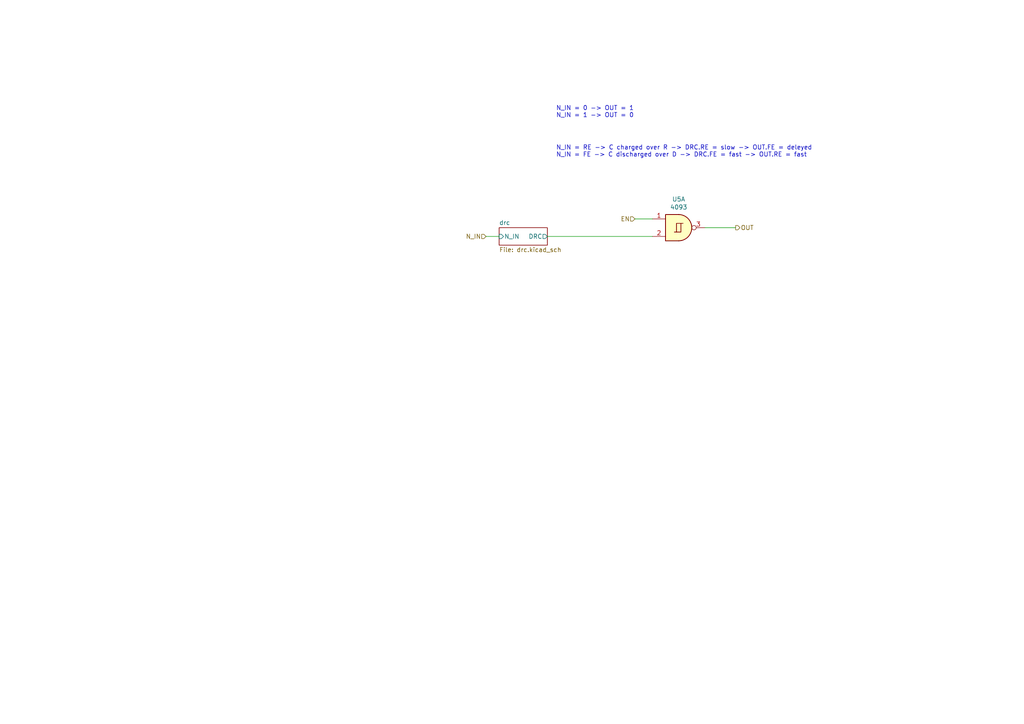
<source format=kicad_sch>
(kicad_sch (version 20211123) (generator eeschema)
  (paper "A4")
  (lib_symbols
    (symbol "4xxx:HEF4093B" (pin_names (offset 1.016))
      (property "Reference" "U" (at 0 1.27 0))
      (property "Value" "HEF4093B" (at 0 -1.27 0))
      (symbol "HEF4093B_1_0"
        (polyline (pts (xy -0.635 -1.27) (xy -0.635 1.27) (xy 0.635 1.27)))
        (polyline (pts (xy -0.635 -1.27) (xy -0.635 1.27) (xy 0.635 1.27)))
        (polyline (pts (xy -1.27 -1.27) (xy 0.635 -1.27) (xy 0.635 1.27) (xy 1.27 1.27)))
        (polyline (pts (xy -1.27 -1.27) (xy 0.635 -1.27) (xy 0.635 1.27) (xy 1.27 1.27)))
      )
      (symbol "HEF4093B_1_1"
        (arc (start 0 -3.81) (mid 3.81 0) (end 0 3.81) (stroke (width 0.254)) (fill (type background)))
        (polyline (pts (xy 0 3.81) (xy -3.81 3.81) (xy -3.81 -3.81) (xy 0 -3.81)) (stroke (width 0.254)) (fill (type background)))
        (pin input line (at -7.62 2.54 0) (length 3.81) (name "~") (number "1"))
        (pin input line (at -7.62 -2.54 0) (length 3.81) (name "~") (number "2"))
        (pin output inverted (at 7.62 0 180) (length 3.81) (name "~") (number "3"))
      )
      (symbol "HEF4093B_1_2"
        (arc (start -3.81 -3.81) (mid -2.589 0) (end -3.81 3.81) (stroke (width 0.254)))
        (arc (start -0.6096 -3.81) (mid 2.1842 -2.5851) (end 3.81 0) (stroke (width 0.254)) (fill (type background)))
        (polyline (pts (xy -3.81 -3.81) (xy -0.635 -3.81)) (stroke (width 0.254)) (fill (type background)))
        (polyline (pts (xy -3.81 3.81) (xy -0.635 3.81)) (stroke (width 0.254)) (fill (type background)))
        (polyline (pts (xy -0.635 3.81) (xy -3.81 3.81) (xy -3.81 3.81) (xy -3.556 3.4036) (xy -3.0226 2.2606) (xy -2.6924 1.0414) (xy -2.6162 -0.254) (xy -2.7686 -1.4986) (xy -3.175 -2.7178) (xy -3.81 -3.81) (xy -3.81 -3.81) (xy -0.635 -3.81)) (stroke (width -25.4)) (fill (type background)))
        (arc (start 3.81 0) (mid 2.1915 2.5936) (end -0.6096 3.81) (stroke (width 0.254)) (fill (type background)))
        (pin input inverted (at -7.62 2.54 0) (length 4.318) (name "~") (number "1"))
        (pin input inverted (at -7.62 -2.54 0) (length 4.318) (name "~") (number "2"))
        (pin output line (at 7.62 0 180) (length 3.81) (name "~") (number "3"))
      )
      (symbol "HEF4093B_2_0"
        (polyline (pts (xy -0.635 -1.27) (xy -0.635 1.27) (xy 0.635 1.27)))
        (polyline (pts (xy -0.635 -1.27) (xy -0.635 1.27) (xy 0.635 1.27)))
        (polyline (pts (xy -1.27 -1.27) (xy 0.635 -1.27) (xy 0.635 1.27) (xy 1.27 1.27)))
        (polyline (pts (xy -1.27 -1.27) (xy 0.635 -1.27) (xy 0.635 1.27) (xy 1.27 1.27)))
      )
      (symbol "HEF4093B_2_1"
        (arc (start 0 -3.81) (mid 3.81 0) (end 0 3.81) (stroke (width 0.254)) (fill (type background)))
        (polyline (pts (xy 0 3.81) (xy -3.81 3.81) (xy -3.81 -3.81) (xy 0 -3.81)) (stroke (width 0.254)) (fill (type background)))
        (pin output inverted (at 7.62 0 180) (length 3.81) (name "~") (number "4"))
        (pin input line (at -7.62 2.54 0) (length 3.81) (name "~") (number "5"))
        (pin input line (at -7.62 -2.54 0) (length 3.81) (name "~") (number "6"))
      )
      (symbol "HEF4093B_2_2"
        (arc (start -3.81 -3.81) (mid -2.589 0) (end -3.81 3.81) (stroke (width 0.254)))
        (arc (start -0.6096 -3.81) (mid 2.1842 -2.5851) (end 3.81 0) (stroke (width 0.254)) (fill (type background)))
        (polyline (pts (xy -3.81 -3.81) (xy -0.635 -3.81)) (stroke (width 0.254)) (fill (type background)))
        (polyline (pts (xy -3.81 3.81) (xy -0.635 3.81)) (stroke (width 0.254)) (fill (type background)))
        (polyline (pts (xy -0.635 3.81) (xy -3.81 3.81) (xy -3.81 3.81) (xy -3.556 3.4036) (xy -3.0226 2.2606) (xy -2.6924 1.0414) (xy -2.6162 -0.254) (xy -2.7686 -1.4986) (xy -3.175 -2.7178) (xy -3.81 -3.81) (xy -3.81 -3.81) (xy -0.635 -3.81)) (stroke (width -25.4)) (fill (type background)))
        (arc (start 3.81 0) (mid 2.1915 2.5936) (end -0.6096 3.81) (stroke (width 0.254)) (fill (type background)))
        (pin output line (at 7.62 0 180) (length 3.81) (name "~") (number "4"))
        (pin input inverted (at -7.62 2.54 0) (length 4.318) (name "~") (number "5"))
        (pin input inverted (at -7.62 -2.54 0) (length 4.318) (name "~") (number "6"))
      )
      (symbol "HEF4093B_3_0"
        (polyline (pts (xy -0.635 -1.27) (xy -0.635 1.27) (xy 0.635 1.27)))
        (polyline (pts (xy -0.635 -1.27) (xy -0.635 1.27) (xy 0.635 1.27)))
        (polyline (pts (xy -1.27 -1.27) (xy 0.635 -1.27) (xy 0.635 1.27) (xy 1.27 1.27)))
        (polyline (pts (xy -1.27 -1.27) (xy 0.635 -1.27) (xy 0.635 1.27) (xy 1.27 1.27)))
      )
      (symbol "HEF4093B_3_1"
        (arc (start 0 -3.81) (mid 3.81 0) (end 0 3.81) (stroke (width 0.254)) (fill (type background)))
        (polyline (pts (xy 0 3.81) (xy -3.81 3.81) (xy -3.81 -3.81) (xy 0 -3.81)) (stroke (width 0.254)) (fill (type background)))
        (pin output inverted (at 7.62 0 180) (length 3.81) (name "~") (number "10"))
        (pin input line (at -7.62 2.54 0) (length 3.81) (name "~") (number "8"))
        (pin input line (at -7.62 -2.54 0) (length 3.81) (name "~") (number "9"))
      )
      (symbol "HEF4093B_3_2"
        (arc (start -3.81 -3.81) (mid -2.589 0) (end -3.81 3.81) (stroke (width 0.254)))
        (arc (start -0.6096 -3.81) (mid 2.1842 -2.5851) (end 3.81 0) (stroke (width 0.254)) (fill (type background)))
        (polyline (pts (xy -3.81 -3.81) (xy -0.635 -3.81)) (stroke (width 0.254)) (fill (type background)))
        (polyline (pts (xy -3.81 3.81) (xy -0.635 3.81)) (stroke (width 0.254)) (fill (type background)))
        (polyline (pts (xy -0.635 3.81) (xy -3.81 3.81) (xy -3.81 3.81) (xy -3.556 3.4036) (xy -3.0226 2.2606) (xy -2.6924 1.0414) (xy -2.6162 -0.254) (xy -2.7686 -1.4986) (xy -3.175 -2.7178) (xy -3.81 -3.81) (xy -3.81 -3.81) (xy -0.635 -3.81)) (stroke (width -25.4)) (fill (type background)))
        (arc (start 3.81 0) (mid 2.1915 2.5936) (end -0.6096 3.81) (stroke (width 0.254)) (fill (type background)))
        (pin output line (at 7.62 0 180) (length 3.81) (name "~") (number "10"))
        (pin input inverted (at -7.62 2.54 0) (length 4.318) (name "~") (number "8"))
        (pin input inverted (at -7.62 -2.54 0) (length 4.318) (name "~") (number "9"))
      )
      (symbol "HEF4093B_4_0"
        (polyline (pts (xy -0.635 -1.27) (xy -0.635 1.27) (xy 0.635 1.27)))
        (polyline (pts (xy -0.635 -1.27) (xy -0.635 1.27) (xy 0.635 1.27)))
        (polyline (pts (xy -1.27 -1.27) (xy 0.635 -1.27) (xy 0.635 1.27) (xy 1.27 1.27)))
        (polyline (pts (xy -1.27 -1.27) (xy 0.635 -1.27) (xy 0.635 1.27) (xy 1.27 1.27)))
      )
      (symbol "HEF4093B_4_1"
        (arc (start 0 -3.81) (mid 3.81 0) (end 0 3.81) (stroke (width 0.254)) (fill (type background)))
        (polyline (pts (xy 0 3.81) (xy -3.81 3.81) (xy -3.81 -3.81) (xy 0 -3.81)) (stroke (width 0.254)) (fill (type background)))
        (pin output inverted (at 7.62 0 180) (length 3.81) (name "~") (number "11"))
        (pin input line (at -7.62 2.54 0) (length 3.81) (name "~") (number "12"))
        (pin input line (at -7.62 -2.54 0) (length 3.81) (name "~") (number "13"))
      )
      (symbol "HEF4093B_4_2"
        (arc (start -3.81 -3.81) (mid -2.589 0) (end -3.81 3.81) (stroke (width 0.254)))
        (arc (start -0.6096 -3.81) (mid 2.1842 -2.5851) (end 3.81 0) (stroke (width 0.254)) (fill (type background)))
        (polyline (pts (xy -3.81 -3.81) (xy -0.635 -3.81)) (stroke (width 0.254)) (fill (type background)))
        (polyline (pts (xy -3.81 3.81) (xy -0.635 3.81)) (stroke (width 0.254)) (fill (type background)))
        (polyline (pts (xy -0.635 3.81) (xy -3.81 3.81) (xy -3.81 3.81) (xy -3.556 3.4036) (xy -3.0226 2.2606) (xy -2.6924 1.0414) (xy -2.6162 -0.254) (xy -2.7686 -1.4986) (xy -3.175 -2.7178) (xy -3.81 -3.81) (xy -3.81 -3.81) (xy -0.635 -3.81)) (stroke (width -25.4)) (fill (type background)))
        (arc (start 3.81 0) (mid 2.1915 2.5936) (end -0.6096 3.81) (stroke (width 0.254)) (fill (type background)))
        (pin output line (at 7.62 0 180) (length 3.81) (name "~") (number "11"))
        (pin input inverted (at -7.62 2.54 0) (length 4.318) (name "~") (number "12"))
        (pin input inverted (at -7.62 -2.54 0) (length 4.318) (name "~") (number "13"))
      )
      (symbol "HEF4093B_5_0"
        (pin power_in line (at 0 12.7 270) (length 5.08) (name "VCC") (number "14"))
        (pin power_in line (at 0 -12.7 90) (length 5.08) (name "GND") (number "7"))
      )
      (symbol "HEF4093B_5_1"
        (rectangle (start -5.08 7.62) (end 5.08 -7.62) (stroke (width 0.254)) (fill (type background)))
      )
    )
  )
  (wire (pts (xy 140.97 68.58) (xy 144.78 68.58)))
  (wire (pts (xy 184.15 63.5) (xy 189.23 63.5)))
  (wire (pts (xy 158.75 68.58) (xy 189.23 68.58)))
  (wire (pts (xy 213.36 66.04) (xy 204.47 66.04)))
  (text "N_IN = 0 -> OUT = 1\nN_IN = 1 -> OUT = 0\n" (at 161.29 34.29 0) (effects (font (size 1.27 1.27)) (justify left bottom)))
  (text "N_IN = RE -> C charged over R -> DRC.RE = slow -> OUT.FE = deleyed\nN_IN = FE -> C discharged over D -> DRC.FE = fast -> OUT.RE = fast" (at 161.29 45.72 0) (effects (font (size 1.27 1.27)) (justify left bottom)))
  (hierarchical_label "EN" (shape input) (at 184.15 63.5 180))
  (hierarchical_label "N_IN" (shape input) (at 140.97 68.58 180))
  (hierarchical_label "OUT" (shape output) (at 213.36 66.04 0))
  (symbol (lib_id "4xxx:HEF4093B") (at 196.85 66.04 0) (unit 1)
    (property "Reference" "U5" (at 196.85 57.785 0))
    (property "Value" "4093" (at 196.85 60.0964 0))
    (property "Footprint" "Package_DIP:DIP-14_W7.62mm" (effects hide))
    (property "Datasheet" "https://assets.nexperia.com/documents/data-sheet/HEF4093B.pdf" (effects hide))
  )
  (sheet (at 144.78 66.04) (size 13.97 5.08)
    (property "Sheet name" "drc" (at 144.78 65.3284 0) (effects (justify left bottom)))
    (property "Sheet file" "drc.kicad_sch" (at 144.78 71.7046 0) (effects (justify left top)))
    (pin "DRC" output (at 158.75 68.58 0))
    (pin "N_IN" input (at 144.78 68.58 180))
  )
)
</source>
